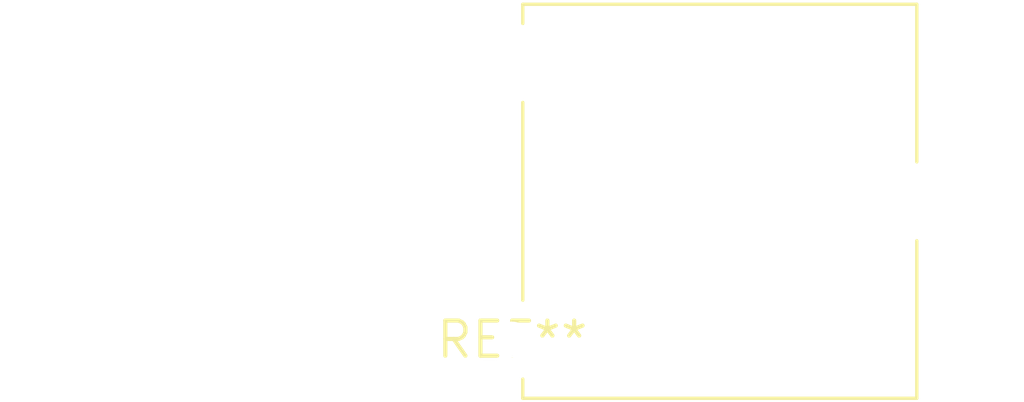
<source format=kicad_pcb>
(kicad_pcb (version 20240108) (generator pcbnew)
  (layers (0 "F.Cu" signal) (31 "B.Cu" signal) (34 "B.Paste" user) (35 "F.Paste" user) (36 "B.SilkS" user "B.Silkscreen") (37 "F.SilkS" user "F.Silkscreen") (38 "B.Mask" user) (39 "F.Mask" user) (44 "Edge.Cuts" user))
  (net 0 "")
  (footprint "Potentiometer_ACP_CA14V-15_Vertical" (layer "F.Cu") (at 0 0)
    (property "Reference" "REF**")
    (property "Value" "Potentiometer_ACP_CA14V-15_Vertical")
    (fp_line (start 0.38 -12.12) (end 0.38 -11.426) (layer "F.SilkS") (stroke (width 0.12)))
    (fp_line (start 0.38 -12.12) (end 14.62 -12.12) (layer "F.SilkS") (stroke (width 0.12)))
    (fp_line (start 0.38 -8.574) (end 0.38 -1.425) (layer "F.SilkS") (stroke (width 0.12)))
    (fp_line (start 0.38 1.425) (end 0.38 2.12) (layer "F.SilkS") (stroke (width 0.12)))
    (fp_line (start 0.38 2.12) (end 14.62 2.12) (layer "F.SilkS") (stroke (width 0.12)))
    (fp_line (start 14.62 -12.12) (end 14.62 -6.425) (layer "F.SilkS") (stroke (width 0.12)))
    (fp_line (start 14.62 -3.575) (end 14.62 2.12) (layer "F.SilkS") (stroke (width 0.12)))
    (pad "1" thru_hole circle (at 0 0) (size 2.34 2.34) (drill 1.3) (layers *.Cu *.Mask) (remove_unused_layers))
    (pad "2" thru_hole circle (at 15 -5) (size 2.34 2.34) (drill 1.3) (layers *.Cu *.Mask) (remove_unused_layers))
    (pad "3" thru_hole circle (at 0 -10) (size 2.34 2.34) (drill 1.3) (layers *.Cu *.Mask) (remove_unused_layers))
  )
)
</source>
